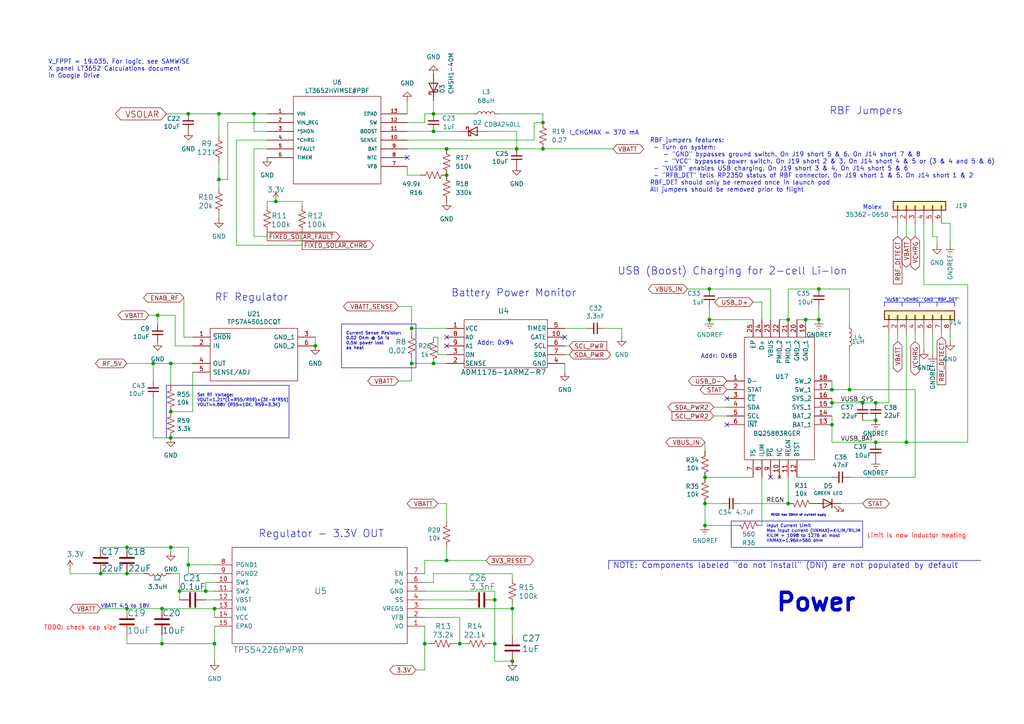
<source format=kicad_sch>
(kicad_sch (version 20231120) (generator "eeschema") (generator_version "8.0")
  (paper "A4")
  (title_block (title "PyCubed Mainboard") (date "2024-11-05") (rev "TBD") (company "Stanford Student Space Initiative") (comment 1 "Ethan Brinser"))
  (junction (at 46.99 176.53))
  (junction (at 125.73 33.02))
  (junction (at 237.49 83.82))
  (junction (at 54.61 163.83))
  (junction (at 49.53 105.41))
  (junction (at 125.73 105.41))
  (junction (at 157.48 43.18))
  (junction (at 254 116.84))
  (junction (at 129.54 43.18))
  (junction (at 63.5 33.02))
  (junction (at 148.59 176.53))
  (junction (at 36.83 158.75))
  (junction (at 52.07 171.45))
  (junction (at 254 128.27))
  (junction (at 237.49 92.71))
  (junction (at 254 121.92))
  (junction (at 205.74 92.71))
  (junction (at 29.21 166.37))
  (junction (at 204.47 146.05))
  (junction (at 205.74 83.82))
  (junction (at 129.54 50.8))
  (junction (at 125.73 38.1))
  (junction (at 62.23 186.69))
  (junction (at 36.83 176.53))
  (junction (at 241.3 116.84))
  (junction (at 143.51 173.99))
  (junction (at 123.19 186.69))
  (junction (at 62.23 176.53))
  (junction (at 241.3 123.19))
  (junction (at 204.47 152.4))
  (junction (at 148.59 191.77))
  (junction (at 262.89 128.27))
  (junction (at 250.19 116.84))
  (junction (at 228.6 92.71))
  (junction (at 36.83 166.37))
  (junction (at 63.5 52.07))
  (junction (at 49.53 127))
  (junction (at 228.6 146.05))
  (junction (at 119.38 105.41))
  (junction (at 49.53 158.75))
  (junction (at 80.01 58.42))
  (junction (at 54.61 33.02))
  (junction (at 204.47 138.43))
  (junction (at 129.54 162.56))
  (junction (at 149.86 43.18))
  (junction (at 157.48 35.56))
  (junction (at 44.45 105.41))
  (junction (at 91.44 100.33))
  (junction (at 233.68 92.71))
  (junction (at 246.38 113.03))
  (junction (at 45.72 91.44))
  (junction (at 73.66 33.02))
  (junction (at 59.69 171.45))
  (junction (at 143.51 186.69))
  (junction (at 241.3 113.03))
  (junction (at 133.35 186.69))
  (junction (at 46.99 186.69))
  (junction (at 119.38 95.25))
  (junction (at 49.53 119.38))
  (no_connect (at 210.82 115.57))
  (no_connect (at 118.11 45.72))
  (no_connect (at 163.83 97.79))
  (no_connect (at 129.54 100.33))
  (no_connect (at 210.82 123.19))
  (no_connect (at 129.54 97.79))
  (no_connect (at 223.52 138.43))
  (wire (pts (xy 45.72 91.44) (xy 50.8 91.44)))
  (wire (pts (xy 53.34 97.79) (xy 55.88 97.79)))
  (wire (pts (xy 148.59 176.53) (xy 148.59 184.15)))
  (wire (pts (xy 142.24 186.69) (xy 143.51 186.69)))
  (wire (pts (xy 63.5 33.02) (xy 73.66 33.02)))
  (wire (pts (xy 125.73 168.91) (xy 123.19 168.91)))
  (wire (pts (xy 265.43 113.03) (xy 265.43 138.43)))
  (wire (pts (xy 118.11 35.56) (xy 123.19 35.56)))
  (wire (pts (xy 49.53 105.41) (xy 55.88 105.41)))
  (wire (pts (xy 275.59 96.52) (xy 275.59 99.06)))
  (wire (pts (xy 204.47 128.27) (xy 204.47 130.81)))
  (wire (pts (xy 80.01 58.42) (xy 77.47 58.42)))
  (wire (pts (xy 246.38 101.6) (xy 246.38 113.03)))
  (wire (pts (xy 44.45 127) (xy 49.53 127)))
  (wire (pts (xy 80.01 58.42) (xy 87.63 58.42)))
  (wire (pts (xy 49.53 158.75) (xy 54.61 158.75)))
  (wire (pts (xy 250.19 121.92) (xy 254 121.92)))
  (wire (pts (xy 125.73 33.02) (xy 137.16 33.02)))
  (wire (pts (xy 36.83 186.69) (xy 36.83 184.15)))
  (wire (pts (xy 262.89 128.27) (xy 280.67 128.27)))
  (wire (pts (xy 118.11 40.64) (xy 154.94 40.64)))
  (wire (pts (xy 265.43 96.52) (xy 265.43 99.06)))
  (wire (pts (xy 220.98 87.63) (xy 220.98 92.71)))
  (wire (pts (xy 123.19 186.69) (xy 124.46 186.69)))
  (wire (pts (xy 125.73 105.41) (xy 129.54 105.41)))
  (wire (pts (xy 129.54 151.13) (xy 129.54 146.05)))
  (wire (pts (xy 267.97 96.52) (xy 267.97 101.6)))
  (wire (pts (xy 133.35 186.69) (xy 134.62 186.69)))
  (wire (pts (xy 241.3 120.65) (xy 241.3 123.19)))
  (wire (pts (xy 163.83 95.25) (xy 170.18 95.25)))
  (wire (pts (xy 218.44 87.63) (xy 220.98 87.63)))
  (wire (pts (xy 243.84 146.05) (xy 250.19 146.05)))
  (wire (pts (xy 165.1 102.87) (xy 163.83 102.87)))
  (wire (pts (xy 46.99 186.69) (xy 62.23 186.69)))
  (wire (pts (xy 36.83 158.75) (xy 49.53 158.75)))
  (wire (pts (xy 118.11 29.21) (xy 118.11 33.02)))
  (wire (pts (xy 54.61 33.02) (xy 63.5 33.02)))
  (wire (pts (xy 165.1 100.33) (xy 163.83 100.33)))
  (wire (pts (xy 148.59 175.26) (xy 148.59 176.53)))
  (wire (pts (xy 63.5 46.99) (xy 63.5 52.07)))
  (wire (pts (xy 123.19 166.37) (xy 123.19 162.56)))
  (wire (pts (xy 123.19 181.61) (xy 123.19 186.69)))
  (polyline (pts (xy 261.62 87.63) (xy 261.62 88.9)))
  (polyline (pts (xy 176.53 165.1) (xy 176.53 162.56)))
  (wire (pts (xy 210.82 118.11) (xy 207.01 118.11)))
  (wire (pts (xy 271.78 68.58) (xy 271.78 71.12)))
  (wire (pts (xy 54.61 158.75) (xy 54.61 163.83)))
  (wire (pts (xy 273.05 64.77) (xy 275.59 64.77)))
  (wire (pts (xy 231.14 92.71) (xy 233.68 92.71)))
  (wire (pts (xy 228.6 83.82) (xy 228.6 92.71)))
  (wire (pts (xy 154.94 35.56) (xy 157.48 35.56)))
  (wire (pts (xy 46.99 186.69) (xy 46.99 184.15)))
  (wire (pts (xy 43.18 91.44) (xy 45.72 91.44)))
  (wire (pts (xy 68.58 40.64) (xy 77.47 40.64)))
  (polyline (pts (xy 48.26 111.76) (xy 48.26 127)))
  (wire (pts (xy 241.3 128.27) (xy 241.3 123.19)))
  (wire (pts (xy 63.5 52.07) (xy 63.5 54.61)))
  (wire (pts (xy 204.47 152.4) (xy 213.36 152.4)))
  (wire (pts (xy 59.69 171.45) (xy 59.69 168.91)))
  (wire (pts (xy 62.23 186.69) (xy 62.23 191.77)))
  (wire (pts (xy 48.26 33.02) (xy 54.61 33.02)))
  (wire (pts (xy 226.06 92.71) (xy 228.6 92.71)))
  (wire (pts (xy 148.59 166.37) (xy 148.59 167.64)))
  (wire (pts (xy 52.07 171.45) (xy 52.07 166.37)))
  (wire (pts (xy 62.23 181.61) (xy 62.23 186.69)))
  (wire (pts (xy 254 128.27) (xy 241.3 128.27)))
  (wire (pts (xy 46.99 176.53) (xy 62.23 176.53)))
  (wire (pts (xy 62.23 173.99) (xy 59.69 173.99)))
  (wire (pts (xy 44.45 115.57) (xy 44.45 127)))
  (wire (pts (xy 210.82 120.65) (xy 207.01 120.65)))
  (polyline (pts (xy 120.65 106.68) (xy 99.06 106.68)))
  (wire (pts (xy 246.38 93.98) (xy 246.38 83.82)))
  (wire (pts (xy 36.83 105.41) (xy 44.45 105.41)))
  (wire (pts (xy 246.38 83.82) (xy 237.49 83.82)))
  (wire (pts (xy 29.21 166.37) (xy 36.83 166.37)))
  (wire (pts (xy 250.19 116.84) (xy 241.3 116.84)))
  (wire (pts (xy 68.58 71.12) (xy 68.58 40.64)))
  (wire (pts (xy 204.47 146.05) (xy 209.55 146.05)))
  (wire (pts (xy 267.97 82.55) (xy 280.67 82.55)))
  (polyline (pts (xy 276.86 87.63) (xy 276.86 88.9)))
  (wire (pts (xy 49.53 111.76) (xy 49.53 105.41)))
  (wire (pts (xy 129.54 158.75) (xy 129.54 162.56)))
  (wire (pts (xy 127 102.87) (xy 129.54 102.87)))
  (wire (pts (xy 87.63 71.12) (xy 68.58 71.12)))
  (polyline (pts (xy 261.62 87.63) (xy 266.7 87.63)))
  (wire (pts (xy 73.66 43.18) (xy 77.47 43.18)))
  (polyline (pts (xy 212.09 151.13) (xy 212.09 158.75)))
  (wire (pts (xy 204.47 138.43) (xy 218.44 138.43)))
  (polyline (pts (xy 120.65 93.98) (xy 120.65 106.68)))
  (polyline (pts (xy 83.82 127) (xy 83.82 111.76)))
  (wire (pts (xy 233.68 92.71) (xy 237.49 92.71)))
  (wire (pts (xy 62.23 168.91) (xy 59.69 168.91)))
  (wire (pts (xy 237.49 88.9) (xy 237.49 92.71)))
  (wire (pts (xy 254 116.84) (xy 250.19 116.84)))
  (wire (pts (xy 119.38 105.41) (xy 119.38 110.49)))
  (wire (pts (xy 241.3 110.49) (xy 241.3 113.03)))
  (wire (pts (xy 52.07 173.99) (xy 52.07 171.45)))
  (wire (pts (xy 129.54 162.56) (xy 140.97 162.56)))
  (wire (pts (xy 49.53 166.37) (xy 52.07 166.37)))
  (wire (pts (xy 29.21 158.75) (xy 36.83 158.75)))
  (wire (pts (xy 115.57 110.49) (xy 119.38 110.49)))
  (wire (pts (xy 44.45 110.49) (xy 44.45 105.41)))
  (wire (pts (xy 123.19 33.02) (xy 125.73 33.02)))
  (wire (pts (xy 241.3 115.57) (xy 241.3 116.84)))
  (wire (pts (xy 163.83 107.95) (xy 163.83 105.41)))
  (polyline (pts (xy 250.19 151.13) (xy 212.09 151.13)))
  (polyline (pts (xy 99.06 93.98) (xy 120.65 93.98)))
  (wire (pts (xy 44.45 105.41) (xy 49.53 105.41)))
  (wire (pts (xy 53.34 86.36) (xy 53.34 97.79)))
  (wire (pts (xy 123.19 171.45) (xy 143.51 171.45)))
  (wire (pts (xy 36.83 176.53) (xy 46.99 176.53)))
  (wire (pts (xy 262.89 96.52) (xy 262.89 128.27)))
  (wire (pts (xy 149.86 38.1) (xy 149.86 43.18)))
  (wire (pts (xy 237.49 83.82) (xy 228.6 83.82)))
  (wire (pts (xy 115.57 88.9) (xy 119.38 88.9)))
  (polyline (pts (xy 212.09 158.75) (xy 250.19 158.75)))
  (wire (pts (xy 148.59 166.37) (xy 125.73 166.37)))
  (polyline (pts (xy 271.78 87.63) (xy 276.86 87.63)))
  (wire (pts (xy 223.52 83.82) (xy 205.74 83.82)))
  (wire (pts (xy 119.38 95.25) (xy 119.38 88.9)))
  (wire (pts (xy 223.52 92.71) (xy 223.52 83.82)))
  (wire (pts (xy 262.89 68.58) (xy 262.89 64.77)))
  (wire (pts (xy 54.61 166.37) (xy 62.23 166.37)))
  (wire (pts (xy 133.35 179.07) (xy 133.35 186.69)))
  (wire (pts (xy 63.5 52.07) (xy 66.04 52.07)))
  (wire (pts (xy 254 116.84) (xy 257.81 116.84)))
  (wire (pts (xy 257.81 96.52) (xy 257.81 116.84)))
  (wire (pts (xy 241.3 138.43) (xy 231.14 138.43)))
  (wire (pts (xy 241.3 116.84) (xy 241.3 118.11)))
  (polyline (pts (xy 271.78 87.63) (xy 271.78 88.9)))
  (wire (pts (xy 63.5 33.02) (xy 63.5 39.37)))
  (wire (pts (xy 73.66 43.18) (xy 73.66 68.58)))
  (wire (pts (xy 50.8 100.33) (xy 55.88 100.33)))
  (wire (pts (xy 123.19 176.53) (xy 148.59 176.53)))
  (wire (pts (xy 87.63 58.42) (xy 87.63 59.69)))
  (wire (pts (xy 260.35 64.77) (xy 260.35 68.58)))
  (polyline (pts (xy 48.26 127) (xy 83.82 127)))
  (wire (pts (xy 119.38 105.41) (xy 125.73 105.41)))
  (wire (pts (xy 20.32 166.37) (xy 29.21 166.37)))
  (wire (pts (xy 254 128.27) (xy 262.89 128.27)))
  (wire (pts (xy 180.34 97.79) (xy 180.34 95.25)))
  (wire (pts (xy 143.51 191.77) (xy 148.59 191.77)))
  (wire (pts (xy 91.44 100.33) (xy 91.44 97.79)))
  (wire (pts (xy 49.53 158.75) (xy 49.53 160.02)))
  (wire (pts (xy 220.98 152.4) (xy 220.98 138.43)))
  (wire (pts (xy 205.74 83.82) (xy 199.39 83.82)))
  (wire (pts (xy 129.54 43.18) (xy 149.86 43.18)))
  (wire (pts (xy 123.19 173.99) (xy 135.89 173.99)))
  (wire (pts (xy 123.19 186.69) (xy 123.19 194.31)))
  (wire (pts (xy 87.63 67.31) (xy 87.63 71.12)))
  (wire (pts (xy 267.97 64.77) (xy 267.97 82.55)))
  (wire (pts (xy 157.48 33.02) (xy 157.48 35.56)))
  (wire (pts (xy 180.34 95.25) (xy 175.26 95.25)))
  (wire (pts (xy 123.19 194.31) (xy 120.65 194.31)))
  (wire (pts (xy 205.74 88.9) (xy 205.74 92.71)))
  (wire (pts (xy 154.94 40.64) (xy 154.94 35.56)))
  (wire (pts (xy 143.51 171.45) (xy 143.51 173.99)))
  (wire (pts (xy 123.19 179.07) (xy 133.35 179.07)))
  (wire (pts (xy 127 102.87) (xy 127 97.79)))
  (wire (pts (xy 228.6 138.43) (xy 228.6 146.05)))
  (wire (pts (xy 280.67 82.55) (xy 280.67 128.27)))
  (wire (pts (xy 20.32 165.1) (xy 20.32 166.37)))
  (wire (pts (xy 204.47 146.05) (xy 204.47 152.4)))
  (wire (pts (xy 118.11 50.8) (xy 121.92 50.8)))
  (wire (pts (xy 270.51 68.58) (xy 271.78 68.58)))
  (polyline (pts (xy 176.53 162.56) (xy 284.48 162.56)))
  (wire (pts (xy 62.23 179.07) (xy 62.23 176.53)))
  (wire (pts (xy 45.72 91.44) (xy 45.72 93.98)))
  (wire (pts (xy 149.86 43.18) (xy 157.48 43.18)))
  (wire (pts (xy 270.51 96.52) (xy 270.51 102.87)))
  (polyline (pts (xy 266.7 87.63) (xy 266.7 88.9)))
  (wire (pts (xy 275.59 64.77) (xy 275.59 71.12)))
  (polyline (pts (xy 99.06 106.68) (xy 99.06 93.98)))
  (wire (pts (xy 54.61 163.83) (xy 54.61 166.37)))
  (wire (pts (xy 143.51 186.69) (xy 143.51 191.77)))
  (wire (pts (xy 119.38 95.25) (xy 119.38 96.52)))
  (wire (pts (xy 129.54 146.05) (xy 127 146.05)))
  (wire (pts (xy 62.23 171.45) (xy 59.69 171.45)))
  (wire (pts (xy 66.04 52.07) (xy 66.04 35.56)))
  (wire (pts (xy 118.11 43.18) (xy 129.54 43.18)))
  (polyline (pts (xy 83.82 111.76) (xy 48.26 111.76)))
  (wire (pts (xy 66.04 35.56) (xy 77.47 35.56)))
  (wire (pts (xy 73.66 38.1) (xy 77.47 38.1)))
  (wire (pts (xy 157.48 43.18) (xy 177.8 43.18)))
  (wire (pts (xy 241.3 113.03) (xy 246.38 113.03)))
  (wire (pts (xy 143.51 173.99) (xy 143.51 186.69)))
  (wire (pts (xy 133.35 38.1) (xy 125.73 38.1)))
  (wire (pts (xy 77.47 67.31) (xy 77.47 68.58)))
  (wire (pts (xy 36.83 186.69) (xy 46.99 186.69)))
  (wire (pts (xy 125.73 29.21) (xy 125.73 33.02)))
  (wire (pts (xy 270.51 64.77) (xy 270.51 68.58)))
  (wire (pts (xy 246.38 138.43) (xy 265.43 138.43)))
  (wire (pts (xy 63.5 62.23) (xy 63.5 63.5)))
  (wire (pts (xy 73.66 33.02) (xy 73.66 38.1)))
  (wire (pts (xy 73.66 68.58) (xy 77.47 68.58)))
  (wire (pts (xy 273.05 96.52) (xy 273.05 97.79)))
  (polyline (pts (xy 250.19 158.75) (xy 250.19 151.13)))
  (wire (pts (xy 123.19 35.56) (xy 123.19 33.02)))
  (wire (pts (xy 50.8 91.44) (xy 50.8 100.33)))
  (polyline (pts (xy 256.54 88.9) (xy 256.54 87.63)))
  (wire (pts (xy 118.11 48.26) (xy 118.11 50.8)))
  (wire (pts (xy 205.74 92.71) (xy 218.44 92.71)))
  (wire (pts (xy 140.97 38.1) (xy 149.86 38.1)))
  (wire (pts (xy 73.66 33.02) (xy 77.47 33.02)))
  (wire (pts (xy 119.38 95.25) (xy 129.54 95.25)))
  (wire (pts (xy 127 97.79) (xy 125.73 97.79)))
  (wire (pts (xy 36.83 166.37) (xy 41.91 166.37)))
  (wire (pts (xy 55.88 119.38) (xy 55.88 107.95)))
  (wire (pts (xy 260.35 96.52) (xy 260.35 99.06)))
  (wire (pts (xy 123.19 162.56) (xy 129.54 162.56)))
  (polyline (pts (xy 256.54 87.63) (xy 261.62 87.63)))
  (wire (pts (xy 62.23 163.83) (xy 54.61 163.83)))
  (wire (pts (xy 265.43 64.77) (xy 265.43 68.58)))
  (wire (pts (xy 119.38 104.14) (xy 119.38 105.41)))
  (polyline (pts (xy 266.7 87.63) (xy 271.78 87.63)))
  (wire (pts (xy 59.69 171.45) (xy 52.07 171.45)))
  (wire (pts (xy 214.63 146.05) (xy 228.6 146.05)))
  (wire (pts (xy 29.21 176.53) (xy 36.83 176.53)))
  (wire (pts (xy 118.11 38.1) (xy 125.73 38.1)))
  (wire (pts (xy 77.47 58.42) (xy 77.47 59.69)))
  (wire (pts (xy 132.08 186.69) (xy 133.35 186.69)))
  (wire (pts (xy 49.53 119.38) (xy 55.88 119.38)))
  (wire (pts (xy 246.38 113.03) (xy 265.43 113.03)))
  (wire (pts (xy 125.73 166.37) (xy 125.73 168.91)))
  (wire (pts (xy 144.78 33.02) (xy 157.48 33.02)))
  (text "Addr: 0x94" (at 138.43 100.33 0) (effects (font (size 1.27 1.27)) (justify left bottom)))
  (text "USB (Boost) Charging for 2-cell Li-Ion" (at 179.07 80.01 0) (effects (font (size 2.159 2.159)) (justify left bottom)))
  (text "Input Current Limit\nMax input current (IINMAX)=KILIM/RILIM\nKILIM = 1098 to 1276 at most\nIINMAX=1.96A=560 ohm" (at 222.25 157.48 0) (effects (font (size 0.889 0.889)) (justify left bottom)))
  (text "Addr: 0x6B" (at 203.2 104.14 0) (effects (font (size 1.27 1.27)) (justify left bottom)))
  (text "Power" (at 224.79 177.8 0) (effects (font (size 5.08 5.08) (thickness 1.016) (bold yes)) (justify left bottom)))
  (text "\"VUSB\"" (at 261.366 87.63 0) (effects (font (size 0.889 0.889)) (justify right bottom)))
  (text "Battery Power Monitor" (at 130.81 86.36 0) (effects (font (size 2.159 2.159)) (justify left bottom)))
  (text "VBATT 4.5 to 18V" (at 29.21 176.53 0) (effects (font (size 1.0668 1.0668)) (justify left bottom)))
  (text "I_CHGMAX = 370 mA" (at 165.1 39.37 0) (effects (font (size 1.27 1.27)) (justify left bottom)))
  (text "RF Regulator" (at 62.23 87.63 0) (effects (font (size 2.159 2.159)) (justify left bottom)))
  (text "Current Sense Resistor:\n0.02 Ohm @ 5A is\n0.5W power lost\nas heat" (at 100.33 101.6 0) (effects (font (size 0.889 0.889)) (justify left bottom)))
  (text "Limit is now inductor heating" (at 251.46 156.21 0) (effects (font (size 1.27 1.27)) (justify left bottom)))
  (text "V_FPPT = 19.035. For logic, see SAMWISE\nX panel LT3652 Calculations document\nin Google Drive" (at 13.97 22.86 0) (effects (font (size 1.27 1.27)) (justify left bottom)))
  (text "TODO: check cap size" (at 12.7 182.88 0) (effects (font (size 1.27 1.27)) (justify left bottom)))
  (text "RBF jumpers features:\n - Turn on system:\n    - \"GND\" bypasses ground switch. On J19 short 5 & 6. On J14 short 7 & 8\n    - \"VCC\" bypasses power switch. On J19 short 2 & 3. On J14 short 4 & 5 or (3 & 4 and 5 & 6)\n - \"VUSB\" enables USB charging. On J19 short 3 & 4. On J14 short 5 & 6\n - \"RFB_DET\" tells RP2350 status of RBF connector. On J19 short 1 & 5. On J14 short 1 & 2\nRBF_DET should only be removed once in launch pod\nAll jumpers should be removed prior to flight" (at 188.468 48.006 0) (effects (font (size 1.27 1.27)) (justify left)))
  (text "\"VCHRG\"" (at 267.208 87.63 0) (effects (font (size 0.889 0.889)) (justify right bottom)))
  (text "\"GND\"" (at 267.208 87.63 0) (effects (font (size 0.889 0.889)) (justify left bottom)))
  (text "Regulator - 3.3V OUT" (at 74.93 156.21 0) (effects (font (size 2.159 2.159)) (justify left bottom)))
  (text "Set RF Voltage:\nVOUT=1.21*(1+R55/R59)+(3E-6*R55)\nVOUT=4.88V (R55=10K, R59=3.3K)\n" (at 57.15 118.11 0) (effects (font (size 0.889 0.889)) (justify left bottom)))
  (text "\"RBF_DET\"" (at 278.384 87.63 0) (effects (font (size 0.889 0.889)) (justify right bottom)))
  (text "NOTE: Components labeled \"do not install\" (DNI) are not populated by default" (at 177.8 165.1 0) (effects (font (size 1.651 1.651)) (justify left bottom)))
  (text "REGN has 50mA of current suply" (at 223.52 149.86 0) (effects (font (size 0.635 0.635)) (justify left bottom)))
  (text "RBF Jumpers" (at 240.538 33.528 0) (effects (font (size 2.159 2.159)) (justify left bottom)))
  (text "Molex" (at 250.19 60.96 0) (effects (font (size 1.27 1.27)) (justify left bottom)))
  (label "VUSB_SYS" (at 243.84 116.84 0))
  (label "REGN" (at 222.25 146.05 0))
  (label "VUSB_BAT" (at 243.84 128.27 0))
  (global_label "VBUS_IN" (shape bidirectional) (at 199.39 83.82 180) (property "Intersheetrefs" "${INTERSHEET_REFS}" (effects (hide yes))))
  (global_label "RBF_DETECT" (shape input) (at 273.05 97.79 270) (property "Intersheetrefs" "${INTERSHEET_REFS}" (effects (hide yes))))
  (global_label "ENAB_RF" (shape bidirectional) (at 53.34 86.36 180) (property "Intersheetrefs" "${INTERSHEET_REFS}" (effects (hide yes))))
  (global_label "SDA_PWR" (shape bidirectional) (at 165.1 102.87 0) (property "Intersheetrefs" "${INTERSHEET_REFS}" (effects (hide yes))))
  (global_label "VBATT" (shape bidirectional) (at 177.8 43.18 0) (property "Intersheetrefs" "${INTERSHEET_REFS}" (effects (hide yes))))
  (global_label "VBATT" (shape bidirectional) (at 127 146.05 180) (property "Intersheetrefs" "${INTERSHEET_REFS}" (effects (hide yes))))
  (global_label "VBATT" (shape bidirectional) (at 260.35 99.06 270) (property "Intersheetrefs" "${INTERSHEET_REFS}" (effects (hide yes))))
  (global_label "VBATT" (shape bidirectional) (at 29.21 176.53 180) (property "Intersheetrefs" "${INTERSHEET_REFS}" (effects (hide yes))))
  (global_label "3V3_RESET" (shape bidirectional) (at 140.97 162.56 0) (property "Intersheetrefs" "${INTERSHEET_REFS}" (effects (hide yes))))
  (global_label "STAT" (shape bidirectional) (at 210.82 113.03 180) (property "Intersheetrefs" "${INTERSHEET_REFS}" (effects (hide yes))))
  (global_label "~{FIXED_SOLAR_FAULT}" (shape output) (at 77.47 68.58 0) (property "Intersheetrefs" "${INTERSHEET_REFS}" (effects (hide yes))))
  (global_label "SDA_PWR2" (shape bidirectional) (at 207.01 118.11 180) (property "Intersheetrefs" "${INTERSHEET_REFS}" (effects (hide yes))))
  (global_label "USB_D+" (shape bidirectional) (at 218.44 87.63 180) (property "Intersheetrefs" "${INTERSHEET_REFS}" (effects (hide yes))))
  (global_label "SCL_PWR2" (shape input) (at 207.01 120.65 180) (property "Intersheetrefs" "${INTERSHEET_REFS}" (effects (hide yes))))
  (global_label "VSOLAR" (shape bidirectional) (at 48.26 33.02 180) (effects (font (size 1.778 1.778))) (property "Intersheetrefs" "${INTERSHEET_REFS}" (effects (hide yes))))
  (global_label "VBATT_SENSE" (shape bidirectional) (at 115.57 88.9 180) (property "Intersheetrefs" "${INTERSHEET_REFS}" (effects (hide yes))))
  (global_label "VBATT" (shape bidirectional) (at 43.18 91.44 180) (property "Intersheetrefs" "${INTERSHEET_REFS}" (effects (hide yes))))
  (global_label "VBUS_IN" (shape bidirectional) (at 204.47 128.27 180) (property "Intersheetrefs" "${INTERSHEET_REFS}" (effects (hide yes))))
  (global_label "USB_D-" (shape bidirectional) (at 210.82 110.49 180) (property "Intersheetrefs" "${INTERSHEET_REFS}" (effects (hide yes))))
  (global_label "VCHRG" (shape bidirectional) (at 265.43 99.06 270) (property "Intersheetrefs" "${INTERSHEET_REFS}" (effects (hide yes))))
  (global_label "RBF_DETECT" (shape input) (at 260.35 68.58 270) (property "Intersheetrefs" "${INTERSHEET_REFS}" (effects (hide yes))))
  (global_label "RF_5V" (shape bidirectional) (at 36.83 105.41 180) (property "Intersheetrefs" "${INTERSHEET_REFS}" (effects (hide yes))))
  (global_label "SCL_PWR" (shape input) (at 165.1 100.33 0) (property "Intersheetrefs" "${INTERSHEET_REFS}" (effects (hide yes))))
  (global_label "VBATT" (shape bidirectional) (at 115.57 110.49 180) (property "Intersheetrefs" "${INTERSHEET_REFS}" (effects (hide yes))))
  (global_label "STAT" (shape bidirectional) (at 250.19 146.05 0) (property "Intersheetrefs" "${INTERSHEET_REFS}" (effects (hide yes))))
  (global_label "VCHRG" (shape bidirectional) (at 265.43 68.58 270) (property "Intersheetrefs" "${INTERSHEET_REFS}" (effects (hide yes))))
  (global_label "~{FIXED_SOLAR_CHRG}" (shape output) (at 87.63 71.12 0) (property "Intersheetrefs" "${INTERSHEET_REFS}" (effects (hide yes))))
  (global_label "VBATT" (shape bidirectional) (at 262.89 68.58 270) (property "Intersheetrefs" "${INTERSHEET_REFS}" (effects (hide yes))))
  (global_label "3.3V" (shape bidirectional) (at 120.65 194.31 180) (property "Intersheetrefs" "${INTERSHEET_REFS}" (effects (hide yes))))
  (symbol (lib_id "Device:C") (at 55.88 173.99 90) (unit 1)
    (property "Reference" "C21" (at 58.42 166.624 90) (effects (font (size 1.778 1.778)) (justify left bottom)))
    (property "Value" "0.1uF" (at 59.69 169.164 90) (effects (font (size 1.778 1.778)) (justify left bottom)))
    (property "Footprint" "Capacitor_SMD:C_0603_1608Metric" (effects (hide yes)))
    (property "Description" "Unpolarized capacitor" (effects (hide yes)))
  )
  (symbol (lib_id "Device:R_US") (at 138.43 186.69 270) (unit 1)
    (property "Reference" "R14" (at 137.668 181.61 90) (effects (font (size 1.4986 1.4986))))
    (property "Value" "22.1k" (at 137.668 184.15 90) (effects (font (size 1.4986 1.4986))))
    (property "Footprint" "Resistor_SMD:R_0603_1608Metric" (effects (hide yes)))
    (property "Description" "Resistor, US symbol" (effects (hide yes)))
  )
  (symbol (lib_id "Device:R_US") (at 119.38 100.33 180) (unit 1)
    (property "Reference" "R8" (at 117.856 98.298 0) (effects (font (size 1.4986 1.4986)) (justify left bottom)))
    (property "Value" "0.02" (at 117.856 100.838 0) (effects (font (size 1.4986 1.4986)) (justify left bottom)))
    (property "Footprint" "Resistor_SMD:R_2512_6332Metric" (effects (hide yes)))
    (property "Description" "Resistor, US symbol" (effects (hide yes)))
  )
  (symbol (lib_id "Device:C") (at 148.59 187.96 0) (unit 1)
    (property "Reference" "C27" (at 151.3332 185.1406 0) (effects (font (size 1.778 1.778)) (justify left)))
    (property "Value" "1uF" (at 151.3332 188.214 0) (effects (font (size 1.778 1.778)) (justify left)))
    (property "Footprint" "Capacitor_SMD:C_0603_1608Metric" (effects (hide yes)))
    (property "Description" "Unpolarized capacitor" (effects (hide yes)))
  )
  (symbol (lib_id "Device:C") (at 29.21 162.56 0) (unit 1)
    (property "Reference" "C17" (at 29.21 161.036 0) (effects (font (size 1.778 1.778)) (justify left bottom)))
    (property "Value" "22uF" (at 29.21 165.862 0) (effects (font (size 1.778 1.778)) (justify left bottom)))
    (property "Footprint" "Capacitor_SMD:C_0603_1608Metric" (effects (hide yes)))
    (property "Description" "Unpolarized capacitor" (effects (hide yes)))
  )
  (symbol (lib_id "Device:R_US") (at 148.59 171.45 0) (unit 1)
    (property "Reference" "R15" (at 150.368 171.196 0) (effects (font (size 1.4986 1.4986)) (justify left bottom)))
    (property "Value" "100k" (at 150.368 173.736 0) (effects (font (size 1.4986 1.4986)) (justify left bottom)))
    (property "Footprint" "Resistor_SMD:R_0603_1608Metric" (effects (hide yes)))
    (property "Description" "Resistor, US symbol" (effects (hide yes)))
  )
  (symbol (lib_id "Device:L") (at 45.72 166.37 270) (unit 1)
    (property "Reference" "L2" (at 45.72 167.64 90))
    (property "Value" "3.3uH" (at 45.72 170.18 90))
    (property "Footprint" "ssi_inductor:L_2141" (effects (hide yes)))
    (property "Datasheet" "https://datasheet.lcsc.com/lcsc/2009171412_TAI-TECH-HPC5040NF-3R3MTH_C304367.pdf" (effects (hide yes)))
    (property "Description" "3.3uH Shielded Inductor" (effects (hide yes)))
    (property "Flight" "SPM5030T-3R3M-HZ" (effects (hide yes)))
    (property "Manufacturer_Name" "TAI-TECH" (effects (hide yes)))
    (property "Manufacturer_Part_Number" "HPC5040NF-3R3MTH" (effects (hide yes)))
    (property "Proto" "HPC5040NF-3R3MTH" (effects (hide yes)))
  )
  (symbol (lib_id "power:GNDREF") (at 237.49 92.71 0) (unit 1)
    (property "Reference" "#PWR0102" (effects (hide yes)))
    (property "Value" "GNDREF" (at 237.617 97.1042 0))
  )
  (symbol (lib_id "power:GNDREF") (at 205.74 92.71 0) (unit 1)
    (property "Reference" "#PWR0103" (effects (hide yes)))
    (property "Value" "GNDREF" (at 205.867 97.1042 0))
  )
  (symbol (lib_id "Device:C_Small") (at 243.84 138.43 270) (unit 1)
    (property "Reference" "C36" (at 243.84 132.6134 90))
    (property "Value" "47nF" (at 243.84 134.9248 90))
    (property "Footprint" "Capacitor_SMD:C_0603_1608Metric" (effects (hide yes)))
    (property "Description" "47nF +-10% 50V X7R" (effects (hide yes)))
  )
  (symbol (lib_id "Device:C_Small") (at 250.19 119.38 180) (unit 1)
    (property "Reference" "C37" (at 247.65 118.11 0) (effects (justify left)))
    (property "Value" "22uF" (at 248.92 120.65 0) (effects (justify left)))
    (property "Footprint" "Capacitor_SMD:C_0603_1608Metric" (effects (hide yes)))
    (property "Description" "22uF +-20% 10V X5R" (effects (hide yes)))
  )
  (symbol (lib_id "power:GNDREF") (at 254 121.92 0) (unit 1)
    (property "Reference" "#PWR0104" (effects (hide yes)))
    (property "Value" "GNDREF" (at 254 125.73 0))
  )
  (symbol (lib_id "Device:C_Small") (at 254 130.81 180) (unit 1)
    (property "Reference" "C39" (at 251.46 129.54 0) (effects (justify left)))
    (property "Value" "10uF" (at 252.73 132.08 0) (effects (justify left)))
    (property "Footprint" "Capacitor_SMD:C_0603_1608Metric" (effects (hide yes)))
    (property "Description" "10uF +-20% 10V X5R" (effects (hide yes)))
  )
  (symbol (lib_id "power:GNDREF") (at 254 133.35 0) (unit 1)
    (property "Reference" "#PWR0105" (effects (hide yes)))
    (property "Value" "GNDREF" (at 254 137.16 0))
  )
  (symbol (lib_id "Device:R_US") (at 232.41 146.05 270) (mirror x) (unit 1)
    (property "Reference" "R31" (at 232.41 140.843 90))
    (property "Value" "10k" (at 232.41 143.1544 90))
    (property "Footprint" "Resistor_SMD:R_0603_1608Metric" (effects (hide yes)))
    (property "Description" "10K 0603" (effects (hide yes)))
  )
  (symbol (lib_id "Device:C_Small") (at 212.09 146.05 270) (unit 1)
    (property "Reference" "C34" (at 208.28 148.59 90) (effects (justify left)))
    (property "Value" "4.7uF" (at 213.36 148.59 90) (effects (justify left)))
    (property "Footprint" "Capacitor_SMD:C_0603_1608Metric" (effects (hide yes)))
    (property "Description" "4.7uF +-20% 10V X5R" (effects (hide yes)))
  )
  (symbol (lib_id "power:GNDREF") (at 204.47 152.4 0) (unit 1)
    (property "Reference" "#PWR0106" (effects (hide yes)))
    (property "Value" "GNDREF" (at 204.597 156.7942 0))
  )
  (symbol (lib_id "Device:C_Small") (at 205.74 86.36 180) (unit 1)
    (property "Reference" "C33" (at 203.2 85.09 0) (effects (justify left)))
    (property "Value" "1uF" (at 204.47 87.63 0) (effects (justify left)))
    (property "Footprint" "Capacitor_SMD:C_0603_1608Metric" (effects (hide yes)))
    (property "Description" "1uF 0603 X7R" (effects (hide yes)))
  )
  (symbol (lib_id "Device:L") (at 246.38 97.79 0) (unit 1)
    (property "Reference" "L4" (at 248.92 97.79 0))
    (property "Value" "1uH" (at 248.92 99.06 0))
    (property "Footprint" "ssi_inductor:L_2510" (effects (hide yes)))
    (property "Datasheet" "https://datasheet.lcsc.com/lcsc/1912111437_PSA-Prosperity-Dielectrics-MCS25GD-1R0MMP_C375955.pdf" (effects (hide yes)))
    (property "Description" "1uH Shielded Inductor" (effects (hide yes)))
    (property "Flight" "DFE252012F-1R0M" (effects (hide yes)))
    (property "Manufacturer_Name" "Prosperity Dielectrics" (effects (hide yes)))
    (property "Manufacturer_Part_Number" "MCS25GD-1R0MMP" (effects (hide yes)))
    (property "Proto" "MCS25GD-1R0MMP" (effects (hide yes)))
  )
  (symbol (lib_id "ssi_IC:ADM1176-1ARMZ-R7") (at 127 81.28 0) (unit 1)
    (property "Reference" "U4" (at 146.05 90.17 0) (effects (font (size 1.524 1.524))))
    (property "Value" "ADM1176-1ARMZ-R7" (at 146.05 107.95 0) (effects (font (size 1.524 1.524))))
    (property "Footprint" "ssi_IC:ADM1176-1ARMZ-R7" (effects (hide yes)))
    (property "Datasheet" "https://www.analog.com/media/en/technical-documentation/data-sheets/ADM1176.pdf" (effects (hide yes)))
    (property "Description" "Power Monitor" (effects (hide yes)))
    (property "Flight" "ADM1176-1ARMZ-R7" (effects (hide yes)))
    (property "Manufacturer_Name" "Analog Devices Inc." (effects (hide yes)))
    (property "Manufacturer_Part_Number" "ADM1176-1ARMZ-R7" (effects (hide yes)))
    (property "Proto" "ADM1176-1ARMZ-R7" (effects (hide yes)))
  )
  (symbol (lib_id "Device:C_Small") (at 237.49 86.36 180) (unit 1)
    (property "Reference" "C35" (at 234.95 85.09 0) (effects (justify left)))
    (property "Value" "10uF" (at 236.22 87.63 0) (effects (justify left)))
    (property "Footprint" "Capacitor_SMD:C_0603_1608Metric" (effects (hide yes)))
    (property "Description" "10uF +-20% 10V X5R" (effects (hide yes)))
  )
  (symbol (lib_id "Device:C_Small") (at 254 119.38 180) (unit 1)
    (property "Reference" "C38" (at 256.3368 118.2116 0) (effects (justify right)))
    (property "Value" "22uF" (at 256.3368 120.523 0) (effects (justify right)))
    (property "Footprint" "Capacitor_SMD:C_0603_1608Metric" (effects (hide yes)))
    (property "Description" "22uF +-20% 10V X5R" (effects (hide yes)))
  )
  (symbol (lib_id "Device:R_US") (at 204.47 134.62 0) (mirror y) (unit 1)
    (property "Reference" "R34" (at 202.7682 133.4516 0) (effects (justify left)))
    (property "Value" "10k" (at 202.7682 135.763 0) (effects (justify left)))
    (property "Footprint" "Resistor_SMD:R_0603_1608Metric" (effects (hide yes)))
    (property "Description" "5.23K 0603" (effects (hide yes)))
  )
  (symbol (lib_id "Device:R_US") (at 204.47 142.24 0) (mirror x) (unit 1)
    (property "Reference" "R35" (at 202.7682 141.0716 0) (effects (justify right)))
    (property "Value" "10k" (at 202.7682 143.383 0) (effects (justify right)))
    (property "Footprint" "Resistor_SMD:R_0603_1608Metric" (effects (hide yes)))
    (property "Description" "30.1K 0603" (effects (hide yes)))
  )
  (symbol (lib_id "Device:R_US") (at 125.73 101.6 0) (mirror x) (unit 1)
    (property "Reference" "R26" (at 123.19 100.33 0))
    (property "Value" "1k" (at 123.19 102.87 0))
    (property "Footprint" "Resistor_SMD:R_0603_1608Metric" (effects (hide yes)))
    (property "Description" "1K 0603" (effects (hide yes)))
  )
  (symbol (lib_id "Device:C_Small") (at 172.72 95.25 270) (unit 1)
    (property "Reference" "C32" (at 172.72 89.4334 90))
    (property "Value" "3.3nF" (at 172.72 91.7448 90))
    (property "Footprint" "Capacitor_SMD:C_0603_1608Metric" (effects (hide yes)))
    (property "Description" "3.3nF +-10% 100V X7R 0603" (effects (hide yes)))
  )
  (symbol (lib_id "ssi_IC:BQ25883RGER") (at 210.82 110.49 0) (unit 1)
    (property "Reference" "U17" (at 224.79 109.22 0) (effects (justify left)))
    (property "Value" "BQ25883RGER" (at 218.44 125.73 0) (effects (justify left)))
    (property "Footprint" "ssi_IC:QFN50P400X400X100-25N-D" (effects (hide yes)))
    (property "Datasheet" "http://www.ti.com/lit/ds/symlink/bq25883.pdf?HQS=TI-null-null-mousermode-df-pf-null-wwe&DCM=yes&ref_url=https%3A%2F%2Fwww.mouser.co.uk%2F" (effects (hide yes)))
    (property "Description" "Battery Management BQ25883RGE" (effects (hide yes)))
    (property "Flight" "BQ25883RGER" (effects (hide yes)))
    (property "Manufacturer_Name" "Texas Instruments" (effects (hide yes)))
    (property "Manufacturer_Part_Number" "BQ25883RGER" (effects (hide yes)))
    (property "Proto" "BQ25883RGER" (effects (hide yes)))
    (property "Height" "1" (effects (hide yes)))
    (property "Mouser Part Number" "595-BQ25883RGER" (effects (hide yes)))
    (property "Mouser Price/Stock" "https://www.mouser.com/Search/Refine.aspx?Keyword=595-BQ25883RGER" (effects (hide yes)))
  )
  (symbol (lib_id "Device:R_US") (at 217.17 152.4 90) (mirror x) (unit 1)
    (property "Reference" "R36" (at 217.17 157.48 90))
    (property "Value" "560" (at 217.17 154.94 90))
    (property "Footprint" "Resistor_SMD:R_0603_1608Metric" (effects (hide yes)))
    (property "Description" "560 0603" (effects (hide yes)))
  )
  (symbol (lib_id "Device:LED") (at 240.03 146.05 0) (mirror y) (unit 1)
    (property "Reference" "D5" (at 240.2078 140.9446 0))
    (property "Value" "GREEN LED" (at 240.2078 143.0528 0) (effects (font (size 0.9906 0.9906))))
    (property "Footprint" "LED_SMD:LED_0603_1608Metric" (effects (hide yes)))
    (property "Datasheet" "https://optoelectronics.liteon.com/upload/download/DS22-2000-074/LTST-C190KGKT.PDF" (effects (hide yes)))
    (property "Description" "Green LED" (effects (hide yes)))
    (property "Flight" "LTST-C190KGKT" (effects (hide yes)))
    (property "Manufacturer_Name" "Lite-On Inc." (effects (hide yes)))
    (property "Manufacturer_Part_Number" "LTST-C190KGKT" (effects (hide yes)))
    (property "Proto" "LTST-C190KGKT" (effects (hide yes)))
  )
  (symbol (lib_id "Device:R_US") (at 129.54 154.94 0) (mirror y) (unit 1)
    (property "Reference" "R29" (at 127.8382 153.7716 0) (effects (justify left)))
    (property "Value" "10k" (at 127.8382 156.083 0) (effects (justify left)))
    (property "Footprint" "Resistor_SMD:R_0603_1608Metric" (effects (hide yes)))
    (property "Description" "73.2K 0603" (effects (hide yes)))
  )
  (symbol (lib_id "Device:C") (at 36.83 180.34 0) (unit 1)
    (property "Reference" "C19" (at 36.83 178.816 0) (effects (font (size 1.778 1.778)) (justify left bottom)))
    (property "Value" "10uF" (at 36.83 183.896 0) (effects (font (size 1.778 1.778)) (justify left bottom)))
    (property "Footprint" "Capacitor_SMD:C_1210_3225Metric" (effects (hide yes)))
    (property "Description" "Unpolarized capacitor" (effects (hide yes)))
  )
  (symbol (lib_id "Connector_Generic:Conn_01x08") (at 265.43 91.44 90) (unit 1)
    (property "Reference" "J14" (at 275.2852 93.5228 90) (effects (justify right)))
    (property "Value" "Conn_01x08_Horizontal" (effects (hide yes)))
    (property "Footprint" "Connector_PinHeader_2.54mm:PinHeader_1x08_P2.54mm_Horizontal" (effects (hide yes)))
    (property "Description" "6-pin Horizontal Header - 0.1in (2.54mm)" (effects (hide yes)))
    (property "DNI" "DNI" (effects (hide yes)))
  )
  (symbol (lib_id "power:GNDREF") (at 270.51 102.87 0) (unit 1)
    (property "Reference" "#PWR01" (effects (hide yes)))
    (property "Value" "GNDREF" (at 270.51 109.22 90))
  )
  (symbol (lib_id "ssi_IC:TPS7A4501DCQT") (at 55.88 97.79 0) (unit 1)
    (property "Reference" "U21" (at 73.66 91.059 0))
    (property "Value" "TPS7A4501DCQT" (at 73.66 93.3704 0))
    (property "Footprint" "ssi_IC:TPS7A4501DCQT" (effects (hide yes)))
    (property "Datasheet" "https://www.ti.com/lit/ds/symlink/tps7a45.pdf" (effects (hide yes)))
    (property "Description" "LOW-NOISE FAST-TRANSIENT-RESPONSE 1.5-A LOW-DROPOUT VOLTAGE%D REGULATORS" (effects (hide yes)))
    (property "Flight" "TPS7A4501DCQT" (effects (hide yes)))
    (property "Manufacturer_Name" "Texas Instruments" (effects (hide yes)))
    (property "Manufacturer_Part_Number" "TPS7A4501DCQT" (effects (hide yes)))
    (property "Proto" "TPS7A4501DCQT" (effects (hide yes)))
    (property "Height" "1.8" (effects (hide yes)))
    (property "Arrow Part Number" "TPS7A4501DCQT" (effects (hide yes)))
    (property "Arrow Price/Stock" "https://www.arrow.com/en/products/tps7a4501dcqt/texas-instruments" (effects (hide yes)))
    (property "Mouser Part Number" "595-TPS7A4501DCQT" (effects (hide yes)))
    (property "Mouser Price/Stock" "https://www.mouser.co.uk/ProductDetail/Texas-Instruments/TPS7A4501DCQT?qs=g0HfZ8wh75DefRsz0DtlDw%3D%3D" (effects (hide yes)))
  )
  (symbol (lib_id "Device:C_Small") (at 44.45 113.03 180) (unit 1)
    (property "Reference" "C43" (at 42.1386 111.8616 0) (effects (justify left)))
    (property "Value" "10uF" (at 42.1386 114.173 0) (effects (justify left)))
    (property "Footprint" "Capacitor_SMD:C_0603_1608Metric" (effects (hide yes)))
    (property "Description" "10uF +-20% 10V X5R" (effects (hide yes)))
  )
  (symbol (lib_id "Device:R_US") (at 49.53 115.57 0) (mirror y) (unit 1)
    (property "Reference" "R55" (at 51.2572 114.4016 0) (effects (justify right)))
    (property "Value" "10k" (at 51.2572 116.713 0) (effects (justify right)))
    (property "Footprint" "Resistor_SMD:R_0603_1608Metric" (effects (hide yes)))
    (property "Description" "10K 0603" (effects (hide yes)))
  )
  (symbol (lib_id "Device:R_US") (at 49.53 123.19 0) (mirror y) (unit 1)
    (property "Reference" "R59" (at 51.2572 122.0216 0) (effects (justify right)))
    (property "Value" "3.3k" (at 51.2572 124.333 0) (effects (justify right)))
    (property "Footprint" "Resistor_SMD:R_0603_1608Metric" (effects (hide yes)))
    (property "Description" "3.3K 0603" (effects (hide yes)))
  )
  (symbol (lib_id "Device:R_US") (at 128.27 186.69 270) (unit 1)
    (property "Reference" "R13" (at 128.524 181.61 90) (effects (font (size 1.4986 1.4986))))
    (property "Value" "73.2k" (at 128.524 184.15 90) (effects (font (size 1.4986 1.4986))))
    (property "Footprint" "Resistor_SMD:R_0603_1608Metric" (effects (hide yes)))
    (property "Description" "Resistor, US symbol" (effects (hide yes)))
  )
  (symbol (lib_id "Device:C") (at 139.7 173.99 90) (unit 1)
    (property "Reference" "C26" (at 141.224 166.624 90) (effects (font (size 1.778 1.778)) (justify left bottom)))
    (property "Value" "3.3nF" (at 143.764 169.164 90) (effects (font (size 1.778 1.778)) (justify left bottom)))
    (property "Footprint" "Capacitor_SMD:C_0603_1608Metric" (effects (hide yes)))
    (property "Description" "Unpolarized capacitor" (effects (hide yes)))
  )
  (symbol (lib_id "Device:C") (at 36.83 162.56 0) (unit 1)
    (property "Reference" "C18" (at 36.83 161.036 0) (effects (font (size 1.778 1.778)) (justify left bottom)))
    (property "Value" "22uF" (at 37.084 165.862 0) (effects (font (size 1.778 1.778)) (justify left bottom)))
    (property "Footprint" "Capacitor_SMD:C_0603_1608Metric" (effects (hide yes)))
    (property "Description" "Unpolarized capacitor" (effects (hide yes)))
  )
  (symbol (lib_id "Device:C") (at 46.99 180.34 0) (unit 1)
    (property "Reference" "C20" (at 46.99 178.816 0) (effects (font (size 1.778 1.778)) (justify left bottom)))
    (property "Value" "10uF" (at 46.99 183.896 0) (effects (font (size 1.778 1.778)) (justify left bottom)))
    (property "Footprint" "Capacitor_SMD:C_1210_3225Metric" (effects (hide yes)))
    (property "Description" "Unpolarized capacitor" (effects (hide yes)))
  )
  (symbol (lib_id "ssi_IC:TPS54226PWPR") (at 125.73 181.61 180) (unit 1)
    (property "Reference" "U5" (at 94.8944 170.4086 0) (effects (font (size 1.7526 1.7526)) (justify left bottom)))
    (property "Value" "TPS54226PWPR" (at 67.564 189.484 0) (effects (font (size 1.7526 1.7526)) (justify right top)))
    (property "Footprint" "ssi_IC:PWP14_2P31X2P46-L" (effects (hide yes)))
    (property "Datasheet" "https://www.ti.com/lit/gpn/tps54226" (effects (hide yes)))
    (property "Description" "3.3V Switching Regulator" (effects (hide yes)))
    (property "Flight" "TPS54226PWPR" (effects (hide yes)))
    (property "Manufacturer_Name" "Texas Instruments" (effects (hide yes)))
    (property "Manufacturer_Part_Number" "TPS54226PWPR" (effects (hide yes)))
    (property "Proto" "TPS54226PWPR" (effects (hide yes)))
  )
  (symbol (lib_id "power:GND") (at 118.11 29.21 180) (unit 1)
    (property "Reference" "#PWR03" (effects (hide yes)))
    (property "Value" "GND" (at 118.11 24.13 0))
  )
  (symbol (lib_id "Device:C_Small") (at 45.72 96.52 180) (unit 1)
    (property "Reference" "C9" (at 43.4086 95.3516 0) (effects (justify left)))
    (property "Value" "10uF" (at 43.4086 97.663 0) (effects (justify left)))
    (property "Footprint" "Capacitor_SMD:C_0603_1608Metric" (effects (hide yes)))
    (property "Description" "10uF +-20% 10V X5R" (effects (hide yes)))
  )
  (symbol (lib_id "power:GND") (at 163.83 107.95 0) (unit 1)
    (property "Reference" "#PWR03" (effects (hide yes)))
    (property "Value" "GND" (at 163.83 113.03 0))
  )
  (symbol (lib_id "power:GND") (at 77.47 45.72 0) (unit 1)
    (property "Reference" "#PWR03" (effects (hide yes)))
    (property "Value" "GND" (at 77.47 50.8 0))
  )
  (symbol (lib_id "Device:C_Small") (at 125.73 35.56 180) (unit 1)
    (property "Reference" "C23" (at 132.08 34.29 0) (effects (justify left)))
    (property "Value" "1uF" (at 132.08 36.83 0) (effects (justify left)))
    (property "Footprint" "Capacitor_SMD:C_0603_1608Metric" (effects (hide yes)))
    (property "Description" "10uF +-20% 10V X5R" (effects (hide yes)))
  )
  (symbol (lib_id "power:GND") (at 125.73 21.59 180) (unit 1)
    (property "Reference" "#PWR03" (effects (hide yes)))
    (property "Value" "GND" (at 125.73 16.51 0))
  )
  (symbol (lib_id "power:GNDREF") (at 275.59 71.12 0) (unit 1)
    (property "Reference" "#PWR02" (effects (hide yes)))
    (property "Value" "GNDREF" (at 275.59 77.47 90))
  )
  (symbol (lib_id "Device:R_US") (at 157.48 39.37 0) (unit 1)
    (property "Reference" "R19" (at 160.02 38.0999 0) (effects (justify left)))
    (property "Value" "0.27" (at 160.02 40.6399 0) (effects (justify left)))
    (property "Footprint" "Resistor_SMD:R_2512_6332Metric" (effects (hide yes)))
  )
  (symbol (lib_id "power:GND") (at 45.72 99.06 0) (unit 1)
    (property "Reference" "#PWR03" (effects (hide yes)))
    (property "Value" "GND" (at 45.72 104.14 0))
  )
  (symbol (lib_id "Device:R_US") (at 125.73 50.8 90) (unit 1)
    (property "Reference" "R16" (at 120.65 55.88 90))
    (property "Value" "49.9k" (at 119.38 53.34 90))
    (property "Footprint" "Resistor_SMD:R_0603_1608Metric" (effects (hide yes)))
  )
  (symbol (lib_id "Device:D_Schottky") (at 125.73 25.4 90) (unit 1)
    (property "Reference" "D3" (at 128.27 24.4474 0) (effects (justify right)))
    (property "Value" "CMSH1-40M" (at 130.81 15.24 0) (effects (justify right)))
    (property "Footprint" "ssi_diode:DIOM5226X262N" (effects (hide yes)))
    (property "Datasheet" "https://www.digikey.com/en/products/detail/central-semiconductor-corp/CMSH1-40M-TR13-PBFREE/4807415" (effects (hide yes)))
  )
  (symbol (lib_id "Device:R_US") (at 63.5 58.42 0) (unit 1)
    (property "Reference" "R10" (at 59.69 57.15 0) (effects (font (size 1.4986 1.4986))))
    (property "Value" "20k" (at 59.69 59.69 0) (effects (font (size 1.4986 1.4986))))
    (property "Footprint" "Resistor_SMD:R_0603_1608Metric" (effects (hide yes)))
    (property "Description" "Resistor, US symbol" (effects (hide yes)))
  )
  (symbol (lib_id "power:GND") (at 63.5 63.5 0) (unit 1)
    (property "Reference" "#PWR03" (effects (hide yes)))
    (property "Value" "GND" (at 63.5 68.58 0))
  )
  (symbol (lib_id "Device:L") (at 140.97 33.02 90) (unit 1)
    (property "Reference" "L3" (at 140.97 26.67 90))
    (property "Value" "68uH" (at 140.97 29.21 90))
    (property "Footprint" "ssi_inductor:SDE06004A-680K" (effects (hide yes)))
    (property "Datasheet" "https://www.bourns.com/docs/Product-Datasheets/SDE0604A.pdf" (effects (hide yes)))
  )
  (symbol (lib_id "Device:D_Schottky") (at 137.16 38.1 0) (unit 1)
    (property "Reference" "D2" (at 138.43 35.56 0))
    (property "Value" "CDBA240LL" (at 151.13 36.83 0) (effects (justify right bottom)))
    (property "Footprint" "ssi_diode:DO-214AC" (effects (hide yes)))
    (property "Datasheet" "https://www.comchiptech.com/admin/files/product/CDBA240LL-HF%20RevD765674.pdf" (effects (hide yes)))
  )
  (symbol (lib_id "Device:R_US") (at 129.54 54.61 0) (unit 1)
    (property "Reference" "R18" (at 132.08 53.3399 0) (effects (justify left)))
    (property "Value" "330k" (at 132.08 55.8799 0) (effects (justify left)))
    (property "Footprint" "Resistor_SMD:R_0603_1608Metric" (effects (hide yes)))
  )
  (symbol (lib_id "power:GND") (at 180.34 97.79 0) (unit 1)
    (property "Reference" "#PWR03" (effects (hide yes)))
    (property "Value" "GND" (at 180.34 102.87 0))
  )
  (symbol (lib_id "power:GND") (at 271.78 71.12 0) (unit 1)
    (property "Reference" "#PWR03" (effects (hide yes)))
    (property "Value" "GND" (at 271.78 76.2 0))
  )
  (symbol (lib_id "power:+3.3V") (at 20.32 165.1 0) (unit 1)
    (property "Reference" "#SUPPLY03" (effects (hide yes)))
    (property "Value" "3.3V" (at 19.304 161.544 0) (effects (font (size 1.4986 1.4986)) (justify left bottom)))
    (property "Description" "Power symbol creates a global label with name \"+3.3V\"" (effects (hide yes)))
  )
  (symbol (lib_id "Device:R_US") (at 87.63 63.5 180) (unit 1)
    (property "Reference" "R12" (at 93.726 61.722 0) (effects (font (size 1.4986 1.4986)) (justify left bottom)))
    (property "Value" "100k" (at 94.742 64.262 0) (effects (font (size 1.4986 1.4986)) (justify left bottom)))
    (property "Footprint" "Resistor_SMD:R_0603_1608Metric" (effects (hide yes)))
    (property "Description" "Resistor, US symbol" (effects (hide yes)))
  )
  (symbol (lib_id "Device:C_Small") (at 149.86 45.72 180) (unit 1)
    (property "Reference" "C25" (at 147.5486 44.5516 0) (effects (justify left)))
    (property "Value" "10uF" (at 147.5486 46.863 0) (effects (justify left)))
    (property "Footprint" "Capacitor_SMD:C_0603_1608Metric" (effects (hide yes)))
    (property "Description" "10uF +-20% 10V X5R" (effects (hide yes)))
  )
  (symbol (lib_id "power:GND") (at 267.97 101.6 0) (unit 1)
    (property "Reference" "#PWR03" (effects (hide yes)))
    (property "Value" "GND" (at 267.97 106.68 0))
  )
  (symbol (lib_id "power:GND") (at 54.61 38.1 0) (unit 1)
    (property "Reference" "#PWR03" (effects (hide yes)))
    (property "Value" "GND" (at 54.61 43.18 0))
  )
  (symbol (lib_id "Device:R_US") (at 63.5 43.18 0) (unit 1)
    (property "Reference" "R9" (at 59.944 41.656 0) (effects (font (size 1.4986 1.4986))))
    (property "Value" "121k" (at 59.944 44.196 0) (effects (font (size 1.4986 1.4986))))
    (property "Footprint" "Resistor_SMD:R_0603_1608Metric" (effects (hide yes)))
    (property "Description" "Resistor, US symbol" (effects (hide yes)))
  )
  (symbol (lib_id "ssi_IC:LT3652HVIMSE#PBF") (at 46.99 33.02 0) (unit 1)
    (property "Reference" "U6" (at 97.79 23.8463 0))
    (property "Value" "LT3652HVIMSE#PBF" (at 97.79 26.2706 0))
    (property "Footprint" "ssi_IC:MSOP-12_MSE" (effects (hide yes)))
    (property "Datasheet" "https://www.analog.com/media/en/technical-documentation/data-sheets/3652hvfb.pdf" (effects (hide yes)))
    (property "VENDOR" "Linear Technology" (effects (hide yes)))
    (property "MANUFACTURER_PART_NUMBER" "lt3652hvimse#pbf" (effects (hide yes)))
  )
  (symbol (lib_id "Device:R_US") (at 129.54 46.99 0) (unit 1)
    (property "Reference" "R17" (at 132.08 45.7199 0) (effects (justify left)))
    (property "Value" "510k" (at 132.08 48.2599 0) (effects (justify left)))
    (property "Footprint" "Resistor_SMD:R_0603_1608Metric" (effects (hide yes)))
  )
  (symbol (lib_id "power:GND") (at 62.23 191.77 0) (unit 1)
    (property "Reference" "#PWR03" (effects (hide yes)))
    (property "Value" "GND" (at 62.23 196.85 0))
  )
  (symbol (lib_id "power:GND") (at 148.59 191.77 0) (unit 1)
    (property "Reference" "#PWR03" (effects (hide yes)))
    (property "Value" "GND" (at 148.59 196.85 0))
  )
  (symbol (lib_id "power:+3.3V") (at 80.01 58.42 0) (unit 1)
    (property "Reference" "#P+0101" (effects (hide yes)))
    (property "Value" "3.3V" (at 77.47 55.88 0) (effects (font (size 1.4986 1.4986)) (justify left bottom)))
    (property "Description" "Power symbol creates a global label with name \"+3.3V\"" (effects (hide yes)))
  )
  (symbol (lib_id "power:GND") (at 49.53 127 0) (unit 1)
    (property "Reference" "#PWR03" (effects (hide yes)))
    (property "Value" "GND" (at 49.53 132.08 0))
  )
  (symbol (lib_id "power:GND") (at 129.54 58.42 0) (unit 1)
    (property "Reference" "#PWR03" (effects (hide yes)))
    (property "Value" "GND" (at 129.54 63.5 0))
  )
  (symbol (lib_id "Device:R_US") (at 77.47 63.5 180) (unit 1)
    (property "Reference" "R11" (at 83.312 61.722 0) (effects (font (size 1.4986 1.4986)) (justify left bottom)))
    (property "Value" "100k" (at 84.328 64.262 0) (effects (font (size 1.4986 1.4986)) (justify left bottom)))
    (property "Footprint" "Resistor_SMD:R_0603_1608Metric" (effects (hide yes)))
    (property "Description" "Resistor, US symbol" (effects (hide yes)))
  )
  (symbol (lib_id "Connector_Generic:Conn_01x06") (at 265.43 59.69 90) (unit 1)
    (property "Reference" "J19" (at 278.765 59.69 90))
    (property "Value" "35362-0650" (at 251.46 62.23 90))
    (property "Footprint" "ssi_connector:Molex_35362-0650" (effects (hide yes)))
  )
  (symbol (lib_id "power:GND") (at 149.86 48.26 0) (unit 1)
    (property "Reference" "#PWR03" (effects (hide yes)))
    (property "Value" "GND" (at 149.86 53.34 0))
  )
  (symbol (lib_id "power:GND") (at 91.44 100.33 0) (unit 1)
    (property "Reference" "#PWR03" (effects (hide yes)))
    (property "Value" "GND" (at 91.44 105.41 0))
  )
  (symbol (lib_id "power:GND") (at 49.53 160.02 0) (unit 1)
    (property "Reference" "#PWR03" (effects (hide yes)))
    (property "Value" "GND" (at 49.53 165.1 0))
  )
  (symbol (lib_id "Device:C_Small") (at 54.61 35.56 180) (unit 1)
    (property "Reference" "C22" (at 52.2986 34.3916 0) (effects (justify left)))
    (property "Value" "10uF" (at 52.2986 36.703 0) (effects (justify left)))
    (property "Footprint" "Capacitor_SMD:C_1210_3225Metric" (effects (hide yes)))
    (property "Description" "10uF +-20% 50V X7R" (effects (hide yes)))
  )
  (symbol (lib_id "power:GND") (at 275.59 99.06 0) (unit 1)
    (property "Reference" "#PWR052" (effects (hide yes)))
    (property "Value" "GND" (at 275.59 104.14 0))
  )
)
</source>
